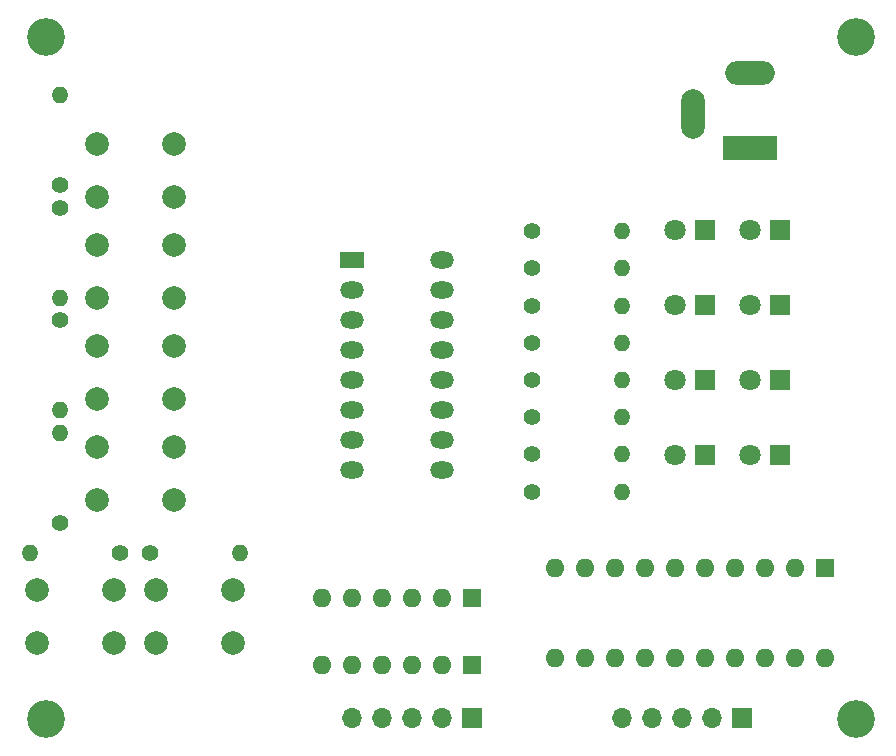
<source format=gts>
G04 #@! TF.GenerationSoftware,KiCad,Pcbnew,8.0.3*
G04 #@! TF.CreationDate,2024-11-19T19:49:35+13:00*
G04 #@! TF.ProjectId,DS8641N_tester,44533836-3431-44e5-9f74-65737465722e,rev?*
G04 #@! TF.SameCoordinates,Original*
G04 #@! TF.FileFunction,Soldermask,Top*
G04 #@! TF.FilePolarity,Negative*
%FSLAX46Y46*%
G04 Gerber Fmt 4.6, Leading zero omitted, Abs format (unit mm)*
G04 Created by KiCad (PCBNEW 8.0.3) date 2024-11-19 19:49:35*
%MOMM*%
%LPD*%
G01*
G04 APERTURE LIST*
%ADD10C,2.000000*%
%ADD11R,1.800000X1.800000*%
%ADD12C,1.800000*%
%ADD13C,1.400000*%
%ADD14O,1.400000X1.400000*%
%ADD15C,3.200000*%
%ADD16R,1.600000X1.600000*%
%ADD17O,1.600000X1.600000*%
%ADD18R,1.700000X1.700000*%
%ADD19O,1.700000X1.700000*%
%ADD20R,2.000000X1.440000*%
%ADD21O,2.000000X1.440000*%
%ADD22R,4.600000X2.000000*%
%ADD23O,4.200000X2.000000*%
%ADD24O,2.000000X4.200000*%
G04 APERTURE END LIST*
D10*
X130735000Y-109165000D03*
X137235000Y-109165000D03*
X130735000Y-113665000D03*
X137235000Y-113665000D03*
D11*
X177165000Y-91440000D03*
D12*
X174625000Y-91440000D03*
D11*
X183515000Y-78740000D03*
D12*
X180975000Y-78740000D03*
D10*
X120650000Y-109165000D03*
X127150000Y-109165000D03*
X120650000Y-113665000D03*
X127150000Y-113665000D03*
D11*
X183515000Y-91440000D03*
D12*
X180975000Y-91440000D03*
D13*
X162560000Y-100865000D03*
D14*
X170180000Y-100865000D03*
D13*
X122555000Y-86360000D03*
D14*
X122555000Y-93980000D03*
D10*
X125730000Y-97100000D03*
X132230000Y-97100000D03*
X125730000Y-101600000D03*
X132230000Y-101600000D03*
D15*
X189973949Y-62338949D03*
D10*
X125730000Y-71450000D03*
X132230000Y-71450000D03*
X125730000Y-75950000D03*
X132230000Y-75950000D03*
D11*
X177165000Y-78740000D03*
D12*
X174625000Y-78740000D03*
D10*
X125730000Y-80000000D03*
X132230000Y-80000000D03*
X125730000Y-84500000D03*
X132230000Y-84500000D03*
D15*
X121393949Y-62338949D03*
D16*
X157480000Y-109855000D03*
D17*
X154940000Y-109855000D03*
X152400000Y-109855000D03*
X149860000Y-109855000D03*
X147320000Y-109855000D03*
X144780000Y-109855000D03*
D13*
X162560000Y-94565000D03*
D14*
X170180000Y-94565000D03*
D13*
X162560000Y-91415000D03*
D14*
X170180000Y-91415000D03*
D18*
X157480000Y-120015000D03*
D19*
X154940000Y-120015000D03*
X152400000Y-120015000D03*
X149860000Y-120015000D03*
X147320000Y-120015000D03*
D15*
X121393949Y-120123949D03*
D11*
X183515000Y-85090000D03*
D12*
X180975000Y-85090000D03*
D13*
X122555000Y-74930000D03*
D14*
X122555000Y-67310000D03*
D10*
X125730000Y-88550000D03*
X132230000Y-88550000D03*
X125730000Y-93050000D03*
X132230000Y-93050000D03*
D11*
X177165000Y-97790000D03*
D12*
X174625000Y-97790000D03*
D13*
X122555000Y-103505000D03*
D14*
X122555000Y-95885000D03*
D13*
X162560000Y-85115000D03*
D14*
X170180000Y-85115000D03*
D13*
X162560000Y-97715000D03*
D14*
X170180000Y-97715000D03*
D18*
X180340000Y-120015000D03*
D19*
X177800000Y-120015000D03*
X175260000Y-120015000D03*
X172720000Y-120015000D03*
X170180000Y-120015000D03*
D16*
X187325000Y-107325000D03*
D17*
X184785000Y-107325000D03*
X182245000Y-107325000D03*
X179705000Y-107325000D03*
X177165000Y-107325000D03*
X174625000Y-107325000D03*
X172085000Y-107325000D03*
X169545000Y-107325000D03*
X167005000Y-107325000D03*
X164465000Y-107325000D03*
X164465000Y-114945000D03*
X167005000Y-114945000D03*
X169545000Y-114945000D03*
X172085000Y-114945000D03*
X174625000Y-114945000D03*
X177165000Y-114945000D03*
X179705000Y-114945000D03*
X182245000Y-114945000D03*
X184785000Y-114945000D03*
X187325000Y-114945000D03*
D13*
X162560000Y-81965000D03*
D14*
X170180000Y-81965000D03*
D20*
X147320000Y-81280000D03*
D21*
X147320000Y-83820000D03*
X147320000Y-86360000D03*
X147320000Y-88900000D03*
X147320000Y-91440000D03*
X147320000Y-93980000D03*
X147320000Y-96520000D03*
X147320000Y-99060000D03*
X154940000Y-99060000D03*
X154940000Y-96520000D03*
X154940000Y-93980000D03*
X154940000Y-91440000D03*
X154940000Y-88900000D03*
X154940000Y-86360000D03*
X154940000Y-83820000D03*
X154940000Y-81280000D03*
D11*
X177165000Y-85090000D03*
D12*
X174625000Y-85090000D03*
D13*
X162560000Y-78815000D03*
D14*
X170180000Y-78815000D03*
D22*
X180990000Y-71755000D03*
D23*
X180990000Y-65455000D03*
D24*
X176190000Y-68855000D03*
D13*
X127635000Y-106045000D03*
D14*
X120015000Y-106045000D03*
D13*
X130175000Y-106045000D03*
D14*
X137795000Y-106045000D03*
D13*
X122555000Y-76835000D03*
D14*
X122555000Y-84455000D03*
D16*
X157480000Y-115570000D03*
D17*
X154940000Y-115570000D03*
X152400000Y-115570000D03*
X149860000Y-115570000D03*
X147320000Y-115570000D03*
X144780000Y-115570000D03*
D13*
X162560000Y-88265000D03*
D14*
X170180000Y-88265000D03*
D15*
X189973949Y-120123949D03*
D11*
X183515000Y-97790000D03*
D12*
X180975000Y-97790000D03*
M02*

</source>
